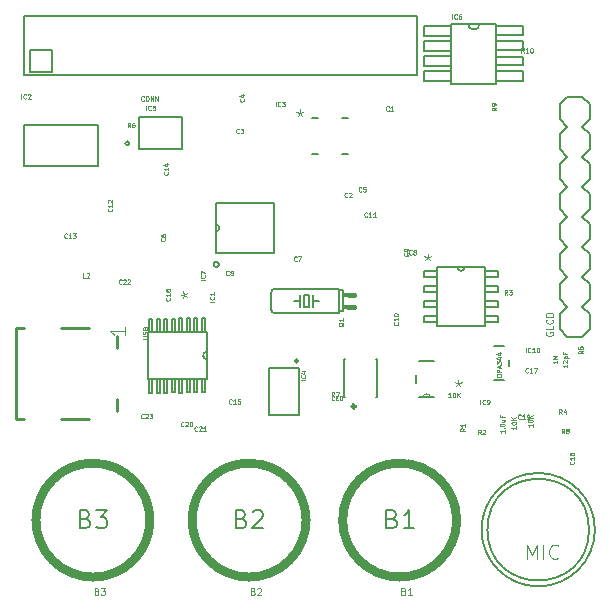
<source format=gbr>
G04 #@! TF.FileFunction,Legend,Top*
%FSLAX46Y46*%
G04 Gerber Fmt 4.6, Leading zero omitted, Abs format (unit mm)*
G04 Created by KiCad (PCBNEW 4.0.0-rc2-stable) date 5/23/2016 2:13:21 PM*
%MOMM*%
G01*
G04 APERTURE LIST*
%ADD10C,0.100000*%
%ADD11C,0.152400*%
%ADD12C,0.127000*%
%ADD13C,0.406400*%
%ADD14C,0.762000*%
%ADD15C,0.203200*%
%ADD16C,0.254000*%
%ADD17C,0.304800*%
%ADD18C,0.038608*%
%ADD19C,0.076200*%
%ADD20C,0.030886*%
%ADD21C,0.086868*%
%ADD22C,0.150000*%
%ADD23C,0.096520*%
%ADD24C,0.101600*%
%ADD25C,0.057912*%
G04 APERTURE END LIST*
D10*
D11*
X148482500Y-92642200D02*
X148990500Y-92642200D01*
X148990500Y-89645000D02*
X148482500Y-89645000D01*
X150971700Y-92642200D02*
X151479700Y-92642200D01*
X151479700Y-89645000D02*
X150971700Y-89645000D01*
X140281900Y-99218400D02*
G75*
G03X140281900Y-98608800I0J304800D01*
G01*
X145260300Y-101047200D02*
X145260300Y-96780000D01*
X145260300Y-96780000D02*
X140281900Y-96780000D01*
X140281900Y-96780000D02*
X140281900Y-98608800D01*
X140281900Y-98608800D02*
X140281900Y-99218400D01*
X140281900Y-99218400D02*
X140281900Y-101047200D01*
X140281900Y-101047200D02*
X145260300Y-101047200D01*
X140436842Y-102213059D02*
G75*
G03X140238722Y-101806659I-99060J203200D01*
G01*
X140238723Y-101806659D02*
G75*
G03X140436841Y-102213059I99059J-203200D01*
G01*
X140281900Y-99218400D02*
G75*
G03X140281900Y-98608800I0J304800D01*
G01*
X159064500Y-102584600D02*
X157972300Y-102584600D01*
X157972300Y-102584600D02*
X157972300Y-103092600D01*
X157972300Y-103092600D02*
X159064500Y-103092600D01*
X159064500Y-103854600D02*
X157972300Y-103854600D01*
X157972300Y-103854600D02*
X157972300Y-104362600D01*
X157972300Y-104362600D02*
X159064500Y-104362600D01*
X159064500Y-105124600D02*
X157972300Y-105124600D01*
X157972300Y-105124600D02*
X157972300Y-105632600D01*
X157972300Y-105632600D02*
X159064500Y-105632600D01*
X159064500Y-106394600D02*
X157972300Y-106394600D01*
X157972300Y-106394600D02*
X157972300Y-106902600D01*
X157972300Y-106902600D02*
X159064500Y-106902600D01*
X163077700Y-106902600D02*
X164169900Y-106902600D01*
X164169900Y-106902600D02*
X164169900Y-106394600D01*
X164169900Y-106394600D02*
X163077700Y-106394600D01*
X163077700Y-105632600D02*
X164169900Y-105632600D01*
X164169900Y-105632600D02*
X164169900Y-105124600D01*
X164169900Y-105124600D02*
X163077700Y-105124600D01*
X163077700Y-104362600D02*
X164169900Y-104362600D01*
X164169900Y-104362600D02*
X164169900Y-103854600D01*
X164169900Y-103854600D02*
X163077700Y-103854600D01*
X163077700Y-103092600D02*
X164169900Y-103092600D01*
X164169900Y-103092600D02*
X164169900Y-102584600D01*
X164169900Y-102584600D02*
X163077700Y-102584600D01*
X159064500Y-107232800D02*
X163077700Y-107232800D01*
X163077700Y-107232800D02*
X163077700Y-102254400D01*
X163077700Y-102254400D02*
X162767822Y-102254400D01*
X159699500Y-102254400D02*
X159064500Y-102254400D01*
X159064500Y-102254400D02*
X159064500Y-107232800D01*
X159699500Y-107232800D02*
X162442700Y-107232800D01*
X162767822Y-102254400D02*
X161375900Y-102254400D01*
X161375900Y-102254400D02*
X160766300Y-102254400D01*
X160766300Y-102254400D02*
X159699500Y-102254400D01*
D12*
X160766300Y-102254400D02*
G75*
G03X161375900Y-102254400I304800J0D01*
G01*
D11*
X151110100Y-105992600D02*
X151110100Y-104214600D01*
X145268100Y-104087600D02*
G75*
G03X145014100Y-104341600I0J-254000D01*
G01*
X145014100Y-105865600D02*
G75*
G03X145268100Y-106119600I254000J0D01*
G01*
X145014100Y-105865600D02*
X145014100Y-104341600D01*
X151110100Y-104214600D02*
X150729100Y-104214600D01*
X150729100Y-104087600D02*
X145268100Y-104087600D01*
X151110100Y-105992600D02*
X150729100Y-105992600D01*
X150729100Y-106119600D02*
X150729100Y-105992600D01*
X150729100Y-106119600D02*
X145268100Y-106119600D01*
D13*
X151999100Y-104595600D02*
X151618100Y-104595600D01*
X151999100Y-105611600D02*
X151491100Y-105611600D01*
D11*
X147808100Y-105611600D02*
X148189100Y-105611600D01*
X148189100Y-104595600D02*
X148189100Y-105611600D01*
X148189100Y-104595600D02*
X147808100Y-104595600D01*
X147808100Y-105611600D02*
X147808100Y-104595600D01*
X147427100Y-105611600D02*
X147427100Y-105103600D01*
X148570100Y-105611600D02*
X148570100Y-105103600D01*
X148570100Y-105103600D02*
X149078100Y-105103600D01*
X148570100Y-105103600D02*
X148570100Y-104595600D01*
X147427100Y-105103600D02*
X146919100Y-105103600D01*
X147427100Y-105103600D02*
X147427100Y-104595600D01*
X150729100Y-104087600D02*
X150729100Y-104214600D01*
X150729100Y-104214600D02*
X150729100Y-105992600D01*
D10*
G36*
X151745100Y-104798800D02*
X151745100Y-104392400D01*
X151160900Y-104392400D01*
X151160900Y-104798800D01*
X151745100Y-104798800D01*
G37*
G36*
X151745100Y-105814800D02*
X151745100Y-105408400D01*
X151160900Y-105408400D01*
X151160900Y-105814800D01*
X151745100Y-105814800D01*
G37*
D11*
X124107100Y-90192600D02*
X124107100Y-93652600D01*
X130355100Y-93652600D02*
X130355100Y-90192600D01*
X124107100Y-90192600D02*
X130355100Y-90192600D01*
X130355100Y-93652600D02*
X124107100Y-93652600D01*
D12*
X147317384Y-110164600D02*
G75*
G03X147317384Y-110164600I-175284J0D01*
G01*
X147341100Y-110743600D02*
X147341100Y-114743600D01*
X147341100Y-114743600D02*
X144771100Y-114743600D01*
X144771100Y-114743600D02*
X144771100Y-110743600D01*
X144771100Y-110743600D02*
X147341100Y-110743600D01*
D14*
X160697100Y-123653600D02*
G75*
G03X160697100Y-123653600I-4826000J0D01*
G01*
X147947100Y-123653600D02*
G75*
G03X147947100Y-123653600I-4826000J0D01*
G01*
X134727100Y-123653600D02*
G75*
G03X134727100Y-123653600I-4826000J0D01*
G01*
D15*
X164720500Y-111776000D02*
X163861700Y-111776000D01*
X163861700Y-108931200D02*
X164720500Y-108931200D01*
X165101500Y-110085200D02*
X165101500Y-110622000D01*
D12*
X172402100Y-124463600D02*
G75*
G03X172402100Y-124463600I-4801000J0D01*
G01*
X171901100Y-124463600D02*
G75*
G03X171901100Y-124463600I-4300000J0D01*
G01*
D11*
X160566300Y-86693600D02*
X164046100Y-86693600D01*
X164046100Y-81613600D02*
X162649100Y-81613600D01*
X162649100Y-81613600D02*
X161633100Y-81613600D01*
X161633100Y-81613600D02*
X160566300Y-81613600D01*
X161633100Y-81613600D02*
G75*
G03X162649100Y-81613600I508000J0D01*
G01*
X160236100Y-81613600D02*
X160236100Y-86693600D01*
X160236100Y-81613600D02*
X160553600Y-81613600D01*
X160236100Y-86693600D02*
X160553600Y-86693600D01*
D12*
X160184284Y-86463075D02*
X157943325Y-86462875D01*
X157943325Y-86462875D02*
X157943025Y-85635313D01*
X157943025Y-85635313D02*
X160188391Y-85635613D01*
X160171075Y-85199875D02*
X157943325Y-85199875D01*
X157943325Y-85199875D02*
X157943325Y-84387738D01*
X157943325Y-84387738D02*
X160197491Y-84387738D01*
X160215891Y-83915453D02*
X157956531Y-83915453D01*
X157956531Y-83915453D02*
X157956531Y-83127263D01*
X157956531Y-83127263D02*
X160223909Y-83127363D01*
X160201500Y-82653187D02*
X157960141Y-82653187D01*
X157960141Y-82653187D02*
X157960541Y-81857334D01*
X157960541Y-81857334D02*
X160250325Y-81857334D01*
X160250325Y-81857334D02*
X160250325Y-81935925D01*
X164061319Y-81610191D02*
X164061319Y-86704719D01*
X164061319Y-86704719D02*
X164045891Y-86704719D01*
X164088059Y-81841191D02*
X166285619Y-81841191D01*
X166285619Y-81841191D02*
X166285619Y-82605562D01*
X166285619Y-82605562D02*
X166279191Y-82611991D01*
X166279191Y-82611991D02*
X164081631Y-82611991D01*
X164081631Y-82611991D02*
X164075209Y-82605569D01*
X164075209Y-83132281D02*
X166279197Y-83132281D01*
X166279197Y-83132281D02*
X166285619Y-83125859D01*
X166285619Y-83125859D02*
X166285619Y-83883819D01*
X166285619Y-83883819D02*
X164081638Y-83883819D01*
X164081638Y-83883819D02*
X164075209Y-83877391D01*
X164075209Y-84416959D02*
X166266341Y-84416959D01*
X166266341Y-84416959D02*
X166272769Y-84410531D01*
X166272769Y-84410531D02*
X166272769Y-85142791D01*
X166272769Y-85142791D02*
X166266341Y-85149219D01*
X166266341Y-85149219D02*
X164081628Y-85149219D01*
X164081628Y-85149219D02*
X164075209Y-85142800D01*
X164088059Y-85669519D02*
X166279191Y-85669519D01*
X166279191Y-85669519D02*
X166279191Y-86446747D01*
X166279191Y-86446747D02*
X166272769Y-86453169D01*
X166272769Y-86453169D02*
X164088053Y-86453169D01*
X164088053Y-86453169D02*
X164081631Y-86459591D01*
D16*
X123391100Y-115103600D02*
X123391100Y-107403600D01*
X131941100Y-108103600D02*
X131941100Y-109103600D01*
X131941100Y-113403600D02*
X131941100Y-114403600D01*
X129591100Y-107403600D02*
X127191100Y-107403600D01*
X129591100Y-115103600D02*
X127191100Y-115103600D01*
X124091100Y-107403600D02*
X123391100Y-107403600D01*
X124091100Y-115103600D02*
X123391100Y-115103600D01*
D12*
X139520300Y-109408800D02*
G75*
G03X139545700Y-110018400I12700J-304800D01*
G01*
X139541100Y-107722600D02*
X139541100Y-111697600D01*
X134527100Y-107748600D02*
X134527100Y-111683600D01*
X134527100Y-111683600D02*
X134533100Y-111683600D01*
X139517700Y-107726600D02*
X134541400Y-107726600D01*
X134541400Y-107726600D02*
X134536900Y-107722100D01*
X139483800Y-111711900D02*
X134567100Y-111711900D01*
X134567100Y-111711900D02*
X134544500Y-111689300D01*
X139398900Y-107731600D02*
X139398900Y-106561500D01*
X139398900Y-106561500D02*
X139144900Y-106561500D01*
X139144900Y-106561500D02*
X139144900Y-107717900D01*
X139144900Y-107717900D02*
X139149500Y-107722500D01*
X138727600Y-107731600D02*
X138727600Y-106561500D01*
X138727600Y-106561500D02*
X138482600Y-106561500D01*
X138482600Y-106561500D02*
X138482600Y-107722500D01*
X138119800Y-107718000D02*
X138119800Y-106566000D01*
X138119800Y-106566000D02*
X138124300Y-106561500D01*
X138124300Y-106561500D02*
X137874800Y-106561500D01*
X137874800Y-106561500D02*
X137874800Y-107704400D01*
X137874800Y-107704400D02*
X137870300Y-107708900D01*
X137457500Y-107722500D02*
X137457500Y-106584200D01*
X137457500Y-106584200D02*
X137226200Y-106584200D01*
X137226200Y-106584200D02*
X137226200Y-107713500D01*
X136845100Y-107713500D02*
X136845100Y-106588700D01*
X136845100Y-106588700D02*
X136604700Y-106588700D01*
X136604700Y-106588700D02*
X136604700Y-107704400D01*
X136604700Y-107704400D02*
X136609200Y-107708900D01*
X136191900Y-107713500D02*
X136191900Y-106602300D01*
X136191900Y-106602300D02*
X135956000Y-106602300D01*
X135956000Y-106602300D02*
X135951500Y-106606800D01*
X135951500Y-106606800D02*
X135951500Y-107699900D01*
X135579600Y-107699900D02*
X135579600Y-106611400D01*
X135579600Y-106611400D02*
X135343700Y-106611400D01*
X135343700Y-106611400D02*
X135343700Y-107699900D01*
X135343700Y-107699900D02*
X135348200Y-107704400D01*
X134921800Y-107708900D02*
X134921800Y-106634100D01*
X134921800Y-106634100D02*
X134926400Y-106629500D01*
X134926400Y-106629500D02*
X134676900Y-106629500D01*
X134676900Y-106629500D02*
X134676900Y-107704300D01*
X134676900Y-107704300D02*
X134672300Y-107708900D01*
X139394400Y-111740900D02*
X139394400Y-112843100D01*
X139394400Y-112843100D02*
X139389900Y-112847600D01*
X139389900Y-112847600D02*
X139154000Y-112847600D01*
X139154000Y-112847600D02*
X139154000Y-111759100D01*
X138727600Y-111750000D02*
X138727600Y-112838500D01*
X138727600Y-112838500D02*
X138718500Y-112847600D01*
X138718500Y-112847600D02*
X138496300Y-112847600D01*
X138496300Y-112847600D02*
X138487200Y-112838500D01*
X138487200Y-112838500D02*
X138487200Y-111745500D01*
X138487200Y-111745500D02*
X138482600Y-111740900D01*
X138124300Y-111750000D02*
X138124300Y-112834000D01*
X138124300Y-112834000D02*
X138110700Y-112847600D01*
X138110700Y-112847600D02*
X137874800Y-112847600D01*
X137874800Y-112847600D02*
X137874800Y-111745500D01*
X136849700Y-111750000D02*
X136849700Y-112833900D01*
X136849700Y-112833900D02*
X136840600Y-112843000D01*
X136840600Y-112843000D02*
X136609200Y-112843000D01*
X136609200Y-112843000D02*
X136609200Y-111763700D01*
X136609200Y-111763700D02*
X136613800Y-111759100D01*
X136191900Y-111750000D02*
X136191900Y-112843000D01*
X136191900Y-112843000D02*
X136178300Y-112856600D01*
X136178300Y-112856600D02*
X135946900Y-112856600D01*
X135942400Y-112852100D02*
X135942400Y-111786300D01*
X135942400Y-111786300D02*
X135937900Y-111781800D01*
X134926400Y-111740900D02*
X134926400Y-112838400D01*
X134926400Y-112838400D02*
X134899100Y-112865700D01*
X134899100Y-112865700D02*
X134685900Y-112865700D01*
X134681400Y-112861200D02*
X134681400Y-111768200D01*
X134681400Y-111768200D02*
X134672300Y-111759100D01*
X135579900Y-111746600D02*
X135579900Y-112857600D01*
X135579900Y-112857600D02*
X135583700Y-112861400D01*
X135583700Y-112861400D02*
X135338000Y-112861400D01*
X135338000Y-112861400D02*
X135338000Y-111727700D01*
X135338000Y-111727700D02*
X135334300Y-111724000D01*
X137450200Y-111743800D02*
X137450200Y-112843200D01*
X137221600Y-112854100D02*
X137221600Y-111727400D01*
X137453100Y-112866400D02*
X137236000Y-112866400D01*
X137236000Y-112866400D02*
X137222400Y-112852800D01*
D15*
X169441100Y-92238600D02*
X169441100Y-90968600D01*
X169441100Y-90968600D02*
X170076100Y-90333600D01*
X171346100Y-90333600D02*
X171981100Y-90968600D01*
X170076100Y-95413600D02*
X169441100Y-94778600D01*
X169441100Y-94778600D02*
X169441100Y-93508600D01*
X169441100Y-93508600D02*
X170076100Y-92873600D01*
X171346100Y-92873600D02*
X171981100Y-93508600D01*
X171981100Y-93508600D02*
X171981100Y-94778600D01*
X171981100Y-94778600D02*
X171346100Y-95413600D01*
X169441100Y-92238600D02*
X170076100Y-92873600D01*
X171346100Y-92873600D02*
X171981100Y-92238600D01*
X171981100Y-90968600D02*
X171981100Y-92238600D01*
X169441100Y-99858600D02*
X169441100Y-98588600D01*
X169441100Y-98588600D02*
X170076100Y-97953600D01*
X171346100Y-97953600D02*
X171981100Y-98588600D01*
X170076100Y-97953600D02*
X169441100Y-97318600D01*
X169441100Y-97318600D02*
X169441100Y-96048600D01*
X169441100Y-96048600D02*
X170076100Y-95413600D01*
X171346100Y-95413600D02*
X171981100Y-96048600D01*
X171981100Y-96048600D02*
X171981100Y-97318600D01*
X171981100Y-97318600D02*
X171346100Y-97953600D01*
X170076100Y-103033600D02*
X169441100Y-102398600D01*
X169441100Y-102398600D02*
X169441100Y-101128600D01*
X169441100Y-101128600D02*
X170076100Y-100493600D01*
X171346100Y-100493600D02*
X171981100Y-101128600D01*
X171981100Y-101128600D02*
X171981100Y-102398600D01*
X171981100Y-102398600D02*
X171346100Y-103033600D01*
X169441100Y-99858600D02*
X170076100Y-100493600D01*
X171346100Y-100493600D02*
X171981100Y-99858600D01*
X171981100Y-98588600D02*
X171981100Y-99858600D01*
X169441100Y-107478600D02*
X169441100Y-106208600D01*
X169441100Y-106208600D02*
X170076100Y-105573600D01*
X171346100Y-105573600D02*
X171981100Y-106208600D01*
X170076100Y-105573600D02*
X169441100Y-104938600D01*
X169441100Y-104938600D02*
X169441100Y-103668600D01*
X169441100Y-103668600D02*
X170076100Y-103033600D01*
X171346100Y-103033600D02*
X171981100Y-103668600D01*
X171981100Y-103668600D02*
X171981100Y-104938600D01*
X171981100Y-104938600D02*
X171346100Y-105573600D01*
X170076100Y-108113600D02*
X171346100Y-108113600D01*
X169441100Y-107478600D02*
X170076100Y-108113600D01*
X171346100Y-108113600D02*
X171981100Y-107478600D01*
X171981100Y-106208600D02*
X171981100Y-107478600D01*
X169441100Y-89698600D02*
X169441100Y-88428600D01*
X169441100Y-88428600D02*
X170076100Y-87793600D01*
X170076100Y-87793600D02*
X171346100Y-87793600D01*
X171346100Y-87793600D02*
X171981100Y-88428600D01*
X169441100Y-89698600D02*
X170076100Y-90333600D01*
X171346100Y-90333600D02*
X171981100Y-89698600D01*
X171981100Y-88428600D02*
X171981100Y-89698600D01*
D12*
X133811100Y-92163600D02*
X133811100Y-89563600D01*
X137451100Y-92163600D02*
X137451100Y-89563600D01*
X137451100Y-89563600D02*
X133811100Y-89563600D01*
X133811100Y-92193600D02*
X137441100Y-92193600D01*
X132966703Y-91752600D02*
G75*
G03X132966703Y-91752600I-179603J0D01*
G01*
X124576100Y-83858600D02*
X126426100Y-83858600D01*
X126426100Y-85708600D02*
G75*
G02X126426100Y-83858600I53912688J925000D01*
G01*
X126426100Y-85708600D02*
X124576100Y-85708600D01*
X124576100Y-85708600D02*
X124576100Y-83858600D01*
X124101100Y-86008600D02*
X157301100Y-86008600D01*
X157301100Y-86008600D02*
X157301100Y-81008600D01*
X157301100Y-81008600D02*
X124101100Y-81008600D01*
X124101100Y-81008600D02*
X124101100Y-86008600D01*
D15*
X151281100Y-113223600D02*
X151181100Y-113223600D01*
X151181100Y-113223600D02*
X151181100Y-110023600D01*
X151181100Y-110023600D02*
X151281100Y-110023600D01*
X153881100Y-113223600D02*
X153981100Y-113223600D01*
X153981100Y-113223600D02*
X153981100Y-110023600D01*
X153981100Y-110023600D02*
X153881100Y-110023600D01*
D17*
X152122500Y-114023600D02*
G75*
G03X152122500Y-114023600I-141400J0D01*
G01*
D11*
X158806100Y-110164200D02*
X157536100Y-110164200D01*
X157282100Y-111383400D02*
X157282100Y-112043800D01*
X157536100Y-113263000D02*
X157866300Y-113263000D01*
X157866300Y-113263000D02*
X158475900Y-113263000D01*
X158475900Y-113263000D02*
X158806100Y-113263000D01*
D10*
X158475900Y-113263000D02*
G75*
G03X157866300Y-113263000I-304800J0D01*
G01*
D18*
X145374024Y-88610615D02*
X145374024Y-88224535D01*
X145778489Y-88573846D02*
X145760104Y-88592230D01*
X145704950Y-88610615D01*
X145668180Y-88610615D01*
X145613026Y-88592230D01*
X145576257Y-88555461D01*
X145557872Y-88518691D01*
X145539487Y-88445152D01*
X145539487Y-88389998D01*
X145557872Y-88316459D01*
X145576257Y-88279690D01*
X145613026Y-88242920D01*
X145668180Y-88224535D01*
X145704950Y-88224535D01*
X145760104Y-88242920D01*
X145778489Y-88261305D01*
X145907182Y-88224535D02*
X146146184Y-88224535D01*
X146017491Y-88371613D01*
X146072645Y-88371613D01*
X146109415Y-88389998D01*
X146127799Y-88408383D01*
X146146184Y-88445152D01*
X146146184Y-88537076D01*
X146127799Y-88573846D01*
X146109415Y-88592230D01*
X146072645Y-88610615D01*
X145962337Y-88610615D01*
X145925567Y-88592230D01*
X145907182Y-88573846D01*
D19*
X147418119Y-88889048D02*
X147418119Y-89176310D01*
X147130857Y-89061405D02*
X147418119Y-89176310D01*
X147705381Y-89061405D01*
X147245762Y-89406119D02*
X147418119Y-89176310D01*
X147590476Y-89406119D01*
D20*
X154948641Y-88963446D02*
X154930256Y-88981830D01*
X154875102Y-89000215D01*
X154838332Y-89000215D01*
X154783178Y-88981830D01*
X154746409Y-88945061D01*
X154728024Y-88908291D01*
X154709639Y-88834752D01*
X154709639Y-88779598D01*
X154728024Y-88706059D01*
X154746409Y-88669290D01*
X154783178Y-88632520D01*
X154838332Y-88614135D01*
X154875102Y-88614135D01*
X154930256Y-88632520D01*
X154948641Y-88650905D01*
X155316336Y-89000215D02*
X155095719Y-89000215D01*
X155206028Y-89000215D02*
X155206028Y-88614135D01*
X155169258Y-88669290D01*
X155132489Y-88706059D01*
X155095719Y-88724444D01*
X151438641Y-96293446D02*
X151420256Y-96311830D01*
X151365102Y-96330215D01*
X151328332Y-96330215D01*
X151273178Y-96311830D01*
X151236409Y-96275061D01*
X151218024Y-96238291D01*
X151199639Y-96164752D01*
X151199639Y-96109598D01*
X151218024Y-96036059D01*
X151236409Y-95999290D01*
X151273178Y-95962520D01*
X151328332Y-95944135D01*
X151365102Y-95944135D01*
X151420256Y-95962520D01*
X151438641Y-95980905D01*
X151585719Y-95980905D02*
X151604104Y-95962520D01*
X151640873Y-95944135D01*
X151732797Y-95944135D01*
X151769567Y-95962520D01*
X151787951Y-95980905D01*
X151806336Y-96017674D01*
X151806336Y-96054444D01*
X151787951Y-96109598D01*
X151567334Y-96330215D01*
X151806336Y-96330215D01*
X142274866Y-90869526D02*
X142256481Y-90887910D01*
X142201327Y-90906295D01*
X142164557Y-90906295D01*
X142109403Y-90887910D01*
X142072634Y-90851141D01*
X142054249Y-90814371D01*
X142035864Y-90740832D01*
X142035864Y-90685678D01*
X142054249Y-90612139D01*
X142072634Y-90575370D01*
X142109403Y-90538600D01*
X142164557Y-90520215D01*
X142201327Y-90520215D01*
X142256481Y-90538600D01*
X142274866Y-90556985D01*
X142403559Y-90520215D02*
X142642561Y-90520215D01*
X142513868Y-90667293D01*
X142569022Y-90667293D01*
X142605792Y-90685678D01*
X142624176Y-90704063D01*
X142642561Y-90740832D01*
X142642561Y-90832756D01*
X142624176Y-90869526D01*
X142605792Y-90887910D01*
X142569022Y-90906295D01*
X142458714Y-90906295D01*
X142421944Y-90887910D01*
X142403559Y-90869526D01*
X142660946Y-87986059D02*
X142679330Y-88004444D01*
X142697715Y-88059598D01*
X142697715Y-88096368D01*
X142679330Y-88151522D01*
X142642561Y-88188291D01*
X142605791Y-88206676D01*
X142532252Y-88225061D01*
X142477098Y-88225061D01*
X142403559Y-88206676D01*
X142366790Y-88188291D01*
X142330020Y-88151522D01*
X142311635Y-88096368D01*
X142311635Y-88059598D01*
X142330020Y-88004444D01*
X142348405Y-87986059D01*
X142440329Y-87655133D02*
X142697715Y-87655133D01*
X142293250Y-87747057D02*
X142569022Y-87838981D01*
X142569022Y-87599979D01*
X152634866Y-95809526D02*
X152616481Y-95827910D01*
X152561327Y-95846295D01*
X152524557Y-95846295D01*
X152469403Y-95827910D01*
X152432634Y-95791141D01*
X152414249Y-95754371D01*
X152395864Y-95680832D01*
X152395864Y-95625678D01*
X152414249Y-95552139D01*
X152432634Y-95515370D01*
X152469403Y-95478600D01*
X152524557Y-95460215D01*
X152561327Y-95460215D01*
X152616481Y-95478600D01*
X152634866Y-95496985D01*
X152984176Y-95460215D02*
X152800329Y-95460215D01*
X152781944Y-95644063D01*
X152800329Y-95625678D01*
X152837098Y-95607293D01*
X152929022Y-95607293D01*
X152965792Y-95625678D01*
X152984176Y-95644063D01*
X153002561Y-95680832D01*
X153002561Y-95772756D01*
X152984176Y-95809526D01*
X152965792Y-95827910D01*
X152929022Y-95846295D01*
X152837098Y-95846295D01*
X152800329Y-95827910D01*
X152781944Y-95809526D01*
D18*
X139399915Y-103342876D02*
X139013835Y-103342876D01*
X139363146Y-102938411D02*
X139381530Y-102956796D01*
X139399915Y-103011950D01*
X139399915Y-103048720D01*
X139381530Y-103103874D01*
X139344761Y-103140643D01*
X139307991Y-103159028D01*
X139234452Y-103177413D01*
X139179298Y-103177413D01*
X139105759Y-103159028D01*
X139068990Y-103140643D01*
X139032220Y-103103874D01*
X139013835Y-103048720D01*
X139013835Y-103011950D01*
X139032220Y-102956796D01*
X139050605Y-102938411D01*
X139013835Y-102809718D02*
X139013835Y-102552331D01*
X139399915Y-102717794D01*
D20*
X135977026Y-99809834D02*
X135995410Y-99828219D01*
X136013795Y-99883373D01*
X136013795Y-99920143D01*
X135995410Y-99975297D01*
X135958641Y-100012066D01*
X135921871Y-100030451D01*
X135848332Y-100048836D01*
X135793178Y-100048836D01*
X135719639Y-100030451D01*
X135682870Y-100012066D01*
X135646100Y-99975297D01*
X135627715Y-99920143D01*
X135627715Y-99883373D01*
X135646100Y-99828219D01*
X135664485Y-99809834D01*
X135627715Y-99478908D02*
X135627715Y-99552447D01*
X135646100Y-99589217D01*
X135664485Y-99607602D01*
X135719639Y-99644371D01*
X135793178Y-99662756D01*
X135940256Y-99662756D01*
X135977026Y-99644371D01*
X135995410Y-99625986D01*
X136013795Y-99589217D01*
X136013795Y-99515678D01*
X135995410Y-99478908D01*
X135977026Y-99460524D01*
X135940256Y-99442139D01*
X135848332Y-99442139D01*
X135811563Y-99460524D01*
X135793178Y-99478908D01*
X135774793Y-99515678D01*
X135774793Y-99589217D01*
X135793178Y-99625986D01*
X135811563Y-99644371D01*
X135848332Y-99662756D01*
X147148641Y-101683446D02*
X147130256Y-101701830D01*
X147075102Y-101720215D01*
X147038332Y-101720215D01*
X146983178Y-101701830D01*
X146946409Y-101665061D01*
X146928024Y-101628291D01*
X146909639Y-101554752D01*
X146909639Y-101499598D01*
X146928024Y-101426059D01*
X146946409Y-101389290D01*
X146983178Y-101352520D01*
X147038332Y-101334135D01*
X147075102Y-101334135D01*
X147130256Y-101352520D01*
X147148641Y-101370905D01*
X147277334Y-101334135D02*
X147534721Y-101334135D01*
X147369258Y-101720215D01*
X141394866Y-102889526D02*
X141376481Y-102907910D01*
X141321327Y-102926295D01*
X141284557Y-102926295D01*
X141229403Y-102907910D01*
X141192634Y-102871141D01*
X141174249Y-102834371D01*
X141155864Y-102760832D01*
X141155864Y-102705678D01*
X141174249Y-102632139D01*
X141192634Y-102595370D01*
X141229403Y-102558600D01*
X141284557Y-102540215D01*
X141321327Y-102540215D01*
X141376481Y-102558600D01*
X141394866Y-102576985D01*
X141615483Y-102705678D02*
X141578714Y-102687293D01*
X141560329Y-102668909D01*
X141541944Y-102632139D01*
X141541944Y-102613754D01*
X141560329Y-102576985D01*
X141578714Y-102558600D01*
X141615483Y-102540215D01*
X141689022Y-102540215D01*
X141725792Y-102558600D01*
X141744176Y-102576985D01*
X141762561Y-102613754D01*
X141762561Y-102632139D01*
X141744176Y-102668909D01*
X141725792Y-102687293D01*
X141689022Y-102705678D01*
X141615483Y-102705678D01*
X141578714Y-102724063D01*
X141560329Y-102742448D01*
X141541944Y-102779217D01*
X141541944Y-102852756D01*
X141560329Y-102889526D01*
X141578714Y-102907910D01*
X141615483Y-102926295D01*
X141689022Y-102926295D01*
X141725792Y-102907910D01*
X141744176Y-102889526D01*
X141762561Y-102852756D01*
X141762561Y-102779217D01*
X141744176Y-102742448D01*
X141725792Y-102724063D01*
X141689022Y-102705678D01*
D18*
X156489424Y-101169215D02*
X156489424Y-100783135D01*
X156893889Y-101132446D02*
X156875504Y-101150830D01*
X156820350Y-101169215D01*
X156783580Y-101169215D01*
X156728426Y-101150830D01*
X156691657Y-101114061D01*
X156673272Y-101077291D01*
X156654887Y-101003752D01*
X156654887Y-100948598D01*
X156673272Y-100875059D01*
X156691657Y-100838290D01*
X156728426Y-100801520D01*
X156783580Y-100783135D01*
X156820350Y-100783135D01*
X156875504Y-100801520D01*
X156893889Y-100819905D01*
X157114506Y-100948598D02*
X157077737Y-100930213D01*
X157059352Y-100911829D01*
X157040967Y-100875059D01*
X157040967Y-100856674D01*
X157059352Y-100819905D01*
X157077737Y-100801520D01*
X157114506Y-100783135D01*
X157188045Y-100783135D01*
X157224815Y-100801520D01*
X157243199Y-100819905D01*
X157261584Y-100856674D01*
X157261584Y-100875059D01*
X157243199Y-100911829D01*
X157224815Y-100930213D01*
X157188045Y-100948598D01*
X157114506Y-100948598D01*
X157077737Y-100966983D01*
X157059352Y-100985368D01*
X157040967Y-101022137D01*
X157040967Y-101095676D01*
X157059352Y-101132446D01*
X157077737Y-101150830D01*
X157114506Y-101169215D01*
X157188045Y-101169215D01*
X157224815Y-101150830D01*
X157243199Y-101132446D01*
X157261584Y-101095676D01*
X157261584Y-101022137D01*
X157243199Y-100985368D01*
X157224815Y-100966983D01*
X157188045Y-100948598D01*
D19*
X158228719Y-101142848D02*
X158228719Y-101430110D01*
X157941457Y-101315205D02*
X158228719Y-101430110D01*
X158515981Y-101315205D01*
X158056362Y-101659919D02*
X158228719Y-101430110D01*
X158401076Y-101659919D01*
D20*
X164994866Y-104566295D02*
X164866173Y-104382448D01*
X164774249Y-104566295D02*
X164774249Y-104180215D01*
X164921327Y-104180215D01*
X164958096Y-104198600D01*
X164976481Y-104216985D01*
X164994866Y-104253754D01*
X164994866Y-104308909D01*
X164976481Y-104345678D01*
X164958096Y-104364063D01*
X164921327Y-104382448D01*
X164774249Y-104382448D01*
X165123559Y-104180215D02*
X165362561Y-104180215D01*
X165233868Y-104327293D01*
X165289022Y-104327293D01*
X165325792Y-104345678D01*
X165344176Y-104364063D01*
X165362561Y-104400832D01*
X165362561Y-104492756D01*
X165344176Y-104529526D01*
X165325792Y-104547910D01*
X165289022Y-104566295D01*
X165178714Y-104566295D01*
X165141944Y-104547910D01*
X165123559Y-104529526D01*
D18*
X151133565Y-106923450D02*
X151115180Y-106960219D01*
X151078410Y-106996989D01*
X151023256Y-107052143D01*
X151004871Y-107088912D01*
X151004871Y-107125682D01*
X151096795Y-107107297D02*
X151078410Y-107144067D01*
X151041641Y-107180836D01*
X150968102Y-107199221D01*
X150839409Y-107199221D01*
X150765870Y-107180836D01*
X150729100Y-107144067D01*
X150710715Y-107107297D01*
X150710715Y-107033758D01*
X150729100Y-106996989D01*
X150765870Y-106960219D01*
X150839409Y-106941834D01*
X150968102Y-106941834D01*
X151041641Y-106960219D01*
X151078410Y-106996989D01*
X151096795Y-107033758D01*
X151096795Y-107107297D01*
X151096795Y-106574139D02*
X151096795Y-106794756D01*
X151096795Y-106684447D02*
X150710715Y-106684447D01*
X150765870Y-106721217D01*
X150802639Y-106757986D01*
X150821024Y-106794756D01*
D20*
X156590946Y-101056059D02*
X156609330Y-101074444D01*
X156627715Y-101129598D01*
X156627715Y-101166368D01*
X156609330Y-101221522D01*
X156572561Y-101258291D01*
X156535791Y-101276676D01*
X156462252Y-101295061D01*
X156407098Y-101295061D01*
X156333559Y-101276676D01*
X156296790Y-101258291D01*
X156260020Y-101221522D01*
X156241635Y-101166368D01*
X156241635Y-101129598D01*
X156260020Y-101074444D01*
X156278405Y-101056059D01*
X156627715Y-100872211D02*
X156627715Y-100798672D01*
X156609330Y-100761903D01*
X156590946Y-100743518D01*
X156535791Y-100706749D01*
X156462252Y-100688364D01*
X156315174Y-100688364D01*
X156278405Y-100706749D01*
X156260020Y-100725133D01*
X156241635Y-100761903D01*
X156241635Y-100835442D01*
X156260020Y-100872211D01*
X156278405Y-100890596D01*
X156315174Y-100908981D01*
X156407098Y-100908981D01*
X156443868Y-100890596D01*
X156462252Y-100872211D01*
X156480637Y-100835442D01*
X156480637Y-100761903D01*
X156462252Y-100725133D01*
X156443868Y-100706749D01*
X156407098Y-100688364D01*
X155707026Y-106897529D02*
X155725410Y-106915914D01*
X155743795Y-106971068D01*
X155743795Y-107007838D01*
X155725410Y-107062992D01*
X155688641Y-107099761D01*
X155651871Y-107118146D01*
X155578332Y-107136531D01*
X155523178Y-107136531D01*
X155449639Y-107118146D01*
X155412870Y-107099761D01*
X155376100Y-107062992D01*
X155357715Y-107007838D01*
X155357715Y-106971068D01*
X155376100Y-106915914D01*
X155394485Y-106897529D01*
X155743795Y-106529834D02*
X155743795Y-106750451D01*
X155743795Y-106640142D02*
X155357715Y-106640142D01*
X155412870Y-106676912D01*
X155449639Y-106713681D01*
X155468024Y-106750451D01*
X155357715Y-106290832D02*
X155357715Y-106254063D01*
X155376100Y-106217293D01*
X155394485Y-106198908D01*
X155431254Y-106180524D01*
X155504793Y-106162139D01*
X155596717Y-106162139D01*
X155670256Y-106180524D01*
X155707026Y-106198908D01*
X155725410Y-106217293D01*
X155743795Y-106254063D01*
X155743795Y-106290832D01*
X155725410Y-106327602D01*
X155707026Y-106345986D01*
X155670256Y-106364371D01*
X155596717Y-106382756D01*
X155504793Y-106382756D01*
X155431254Y-106364371D01*
X155394485Y-106345986D01*
X155376100Y-106327602D01*
X155357715Y-106290832D01*
X153117171Y-97949526D02*
X153098786Y-97967910D01*
X153043632Y-97986295D01*
X153006862Y-97986295D01*
X152951708Y-97967910D01*
X152914939Y-97931141D01*
X152896554Y-97894371D01*
X152878169Y-97820832D01*
X152878169Y-97765678D01*
X152896554Y-97692139D01*
X152914939Y-97655370D01*
X152951708Y-97618600D01*
X153006862Y-97600215D01*
X153043632Y-97600215D01*
X153098786Y-97618600D01*
X153117171Y-97636985D01*
X153484866Y-97986295D02*
X153264249Y-97986295D01*
X153374558Y-97986295D02*
X153374558Y-97600215D01*
X153337788Y-97655370D01*
X153301019Y-97692139D01*
X153264249Y-97710524D01*
X153852561Y-97986295D02*
X153631944Y-97986295D01*
X153742253Y-97986295D02*
X153742253Y-97600215D01*
X153705483Y-97655370D01*
X153668714Y-97692139D01*
X153631944Y-97710524D01*
D18*
X123845401Y-87973295D02*
X123845401Y-87587215D01*
X124249866Y-87936526D02*
X124231481Y-87954910D01*
X124176327Y-87973295D01*
X124139557Y-87973295D01*
X124084403Y-87954910D01*
X124047634Y-87918141D01*
X124029249Y-87881371D01*
X124010864Y-87807832D01*
X124010864Y-87752678D01*
X124029249Y-87679139D01*
X124047634Y-87642370D01*
X124084403Y-87605600D01*
X124139557Y-87587215D01*
X124176327Y-87587215D01*
X124231481Y-87605600D01*
X124249866Y-87623985D01*
X124396944Y-87623985D02*
X124415329Y-87605600D01*
X124452098Y-87587215D01*
X124544022Y-87587215D01*
X124580792Y-87605600D01*
X124599176Y-87623985D01*
X124617561Y-87660754D01*
X124617561Y-87697524D01*
X124599176Y-87752678D01*
X124378559Y-87973295D01*
X124617561Y-87973295D01*
D20*
X131495946Y-97281059D02*
X131514330Y-97299444D01*
X131532715Y-97354598D01*
X131532715Y-97391368D01*
X131514330Y-97446522D01*
X131477561Y-97483291D01*
X131440791Y-97501676D01*
X131367252Y-97520061D01*
X131312098Y-97520061D01*
X131238559Y-97501676D01*
X131201790Y-97483291D01*
X131165020Y-97446522D01*
X131146635Y-97391368D01*
X131146635Y-97354598D01*
X131165020Y-97299444D01*
X131183405Y-97281059D01*
X131532715Y-96913364D02*
X131532715Y-97133981D01*
X131532715Y-97023672D02*
X131146635Y-97023672D01*
X131201790Y-97060442D01*
X131238559Y-97097211D01*
X131256944Y-97133981D01*
X131183405Y-96766286D02*
X131165020Y-96747901D01*
X131146635Y-96711132D01*
X131146635Y-96619208D01*
X131165020Y-96582438D01*
X131183405Y-96564054D01*
X131220174Y-96545669D01*
X131256944Y-96545669D01*
X131312098Y-96564054D01*
X131532715Y-96784671D01*
X131532715Y-96545669D01*
X127703641Y-99738446D02*
X127685256Y-99756830D01*
X127630102Y-99775215D01*
X127593332Y-99775215D01*
X127538178Y-99756830D01*
X127501409Y-99720061D01*
X127483024Y-99683291D01*
X127464639Y-99609752D01*
X127464639Y-99554598D01*
X127483024Y-99481059D01*
X127501409Y-99444290D01*
X127538178Y-99407520D01*
X127593332Y-99389135D01*
X127630102Y-99389135D01*
X127685256Y-99407520D01*
X127703641Y-99425905D01*
X128071336Y-99775215D02*
X127850719Y-99775215D01*
X127961028Y-99775215D02*
X127961028Y-99389135D01*
X127924258Y-99444290D01*
X127887489Y-99481059D01*
X127850719Y-99499444D01*
X128200029Y-99389135D02*
X128439031Y-99389135D01*
X128310338Y-99536213D01*
X128365492Y-99536213D01*
X128402262Y-99554598D01*
X128420646Y-99572983D01*
X128439031Y-99609752D01*
X128439031Y-99701676D01*
X128420646Y-99738446D01*
X128402262Y-99756830D01*
X128365492Y-99775215D01*
X128255184Y-99775215D01*
X128218414Y-99756830D01*
X128200029Y-99738446D01*
X136230946Y-94176059D02*
X136249330Y-94194444D01*
X136267715Y-94249598D01*
X136267715Y-94286368D01*
X136249330Y-94341522D01*
X136212561Y-94378291D01*
X136175791Y-94396676D01*
X136102252Y-94415061D01*
X136047098Y-94415061D01*
X135973559Y-94396676D01*
X135936790Y-94378291D01*
X135900020Y-94341522D01*
X135881635Y-94286368D01*
X135881635Y-94249598D01*
X135900020Y-94194444D01*
X135918405Y-94176059D01*
X136267715Y-93808364D02*
X136267715Y-94028981D01*
X136267715Y-93918672D02*
X135881635Y-93918672D01*
X135936790Y-93955442D01*
X135973559Y-93992211D01*
X135991944Y-94028981D01*
X136010329Y-93477438D02*
X136267715Y-93477438D01*
X135863250Y-93569362D02*
X136139022Y-93661286D01*
X136139022Y-93422284D01*
X133058641Y-90400215D02*
X132929948Y-90216368D01*
X132838024Y-90400215D02*
X132838024Y-90014135D01*
X132985102Y-90014135D01*
X133021871Y-90032520D01*
X133040256Y-90050905D01*
X133058641Y-90087674D01*
X133058641Y-90142829D01*
X133040256Y-90179598D01*
X133021871Y-90197983D01*
X132985102Y-90216368D01*
X132838024Y-90216368D01*
X133389567Y-90014135D02*
X133316028Y-90014135D01*
X133279258Y-90032520D01*
X133260873Y-90050905D01*
X133224104Y-90106059D01*
X133205719Y-90179598D01*
X133205719Y-90326676D01*
X133224104Y-90363446D01*
X133242489Y-90381830D01*
X133279258Y-90400215D01*
X133352797Y-90400215D01*
X133389567Y-90381830D01*
X133407951Y-90363446D01*
X133426336Y-90326676D01*
X133426336Y-90234752D01*
X133407951Y-90197983D01*
X133389567Y-90179598D01*
X133352797Y-90161213D01*
X133279258Y-90161213D01*
X133242489Y-90179598D01*
X133224104Y-90197983D01*
X133205719Y-90234752D01*
D18*
X147894715Y-111806676D02*
X147508635Y-111806676D01*
X147857946Y-111402211D02*
X147876330Y-111420596D01*
X147894715Y-111475750D01*
X147894715Y-111512520D01*
X147876330Y-111567674D01*
X147839561Y-111604443D01*
X147802791Y-111622828D01*
X147729252Y-111641213D01*
X147674098Y-111641213D01*
X147600559Y-111622828D01*
X147563790Y-111604443D01*
X147527020Y-111567674D01*
X147508635Y-111512520D01*
X147508635Y-111475750D01*
X147527020Y-111420596D01*
X147545405Y-111402211D01*
X147637329Y-111071285D02*
X147894715Y-111071285D01*
X147490250Y-111163209D02*
X147766022Y-111255133D01*
X147766022Y-111016131D01*
D20*
X141637171Y-113769526D02*
X141618786Y-113787910D01*
X141563632Y-113806295D01*
X141526862Y-113806295D01*
X141471708Y-113787910D01*
X141434939Y-113751141D01*
X141416554Y-113714371D01*
X141398169Y-113640832D01*
X141398169Y-113585678D01*
X141416554Y-113512139D01*
X141434939Y-113475370D01*
X141471708Y-113438600D01*
X141526862Y-113420215D01*
X141563632Y-113420215D01*
X141618786Y-113438600D01*
X141637171Y-113456985D01*
X142004866Y-113806295D02*
X141784249Y-113806295D01*
X141894558Y-113806295D02*
X141894558Y-113420215D01*
X141857788Y-113475370D01*
X141821019Y-113512139D01*
X141784249Y-113530524D01*
X142354176Y-113420215D02*
X142170329Y-113420215D01*
X142151944Y-113604063D01*
X142170329Y-113585678D01*
X142207098Y-113567293D01*
X142299022Y-113567293D01*
X142335792Y-113585678D01*
X142354176Y-113604063D01*
X142372561Y-113640832D01*
X142372561Y-113732756D01*
X142354176Y-113769526D01*
X142335792Y-113787910D01*
X142299022Y-113806295D01*
X142207098Y-113806295D01*
X142170329Y-113787910D01*
X142151944Y-113769526D01*
X136397026Y-104827529D02*
X136415410Y-104845914D01*
X136433795Y-104901068D01*
X136433795Y-104937838D01*
X136415410Y-104992992D01*
X136378641Y-105029761D01*
X136341871Y-105048146D01*
X136268332Y-105066531D01*
X136213178Y-105066531D01*
X136139639Y-105048146D01*
X136102870Y-105029761D01*
X136066100Y-104992992D01*
X136047715Y-104937838D01*
X136047715Y-104901068D01*
X136066100Y-104845914D01*
X136084485Y-104827529D01*
X136433795Y-104459834D02*
X136433795Y-104680451D01*
X136433795Y-104570142D02*
X136047715Y-104570142D01*
X136102870Y-104606912D01*
X136139639Y-104643681D01*
X136158024Y-104680451D01*
X136047715Y-104128908D02*
X136047715Y-104202447D01*
X136066100Y-104239217D01*
X136084485Y-104257602D01*
X136139639Y-104294371D01*
X136213178Y-104312756D01*
X136360256Y-104312756D01*
X136397026Y-104294371D01*
X136415410Y-104275986D01*
X136433795Y-104239217D01*
X136433795Y-104165678D01*
X136415410Y-104128908D01*
X136397026Y-104110524D01*
X136360256Y-104092139D01*
X136268332Y-104092139D01*
X136231563Y-104110524D01*
X136213178Y-104128908D01*
X136194793Y-104165678D01*
X136194793Y-104239217D01*
X136213178Y-104275986D01*
X136231563Y-104294371D01*
X136268332Y-104312756D01*
X150338641Y-113210215D02*
X150209948Y-113026368D01*
X150118024Y-113210215D02*
X150118024Y-112824135D01*
X150265102Y-112824135D01*
X150301871Y-112842520D01*
X150320256Y-112860905D01*
X150338641Y-112897674D01*
X150338641Y-112952829D01*
X150320256Y-112989598D01*
X150301871Y-113007983D01*
X150265102Y-113026368D01*
X150118024Y-113026368D01*
X150467334Y-112824135D02*
X150724721Y-112824135D01*
X150559258Y-113210215D01*
D21*
X156202026Y-129688674D02*
X156284757Y-129716251D01*
X156312334Y-129743829D01*
X156339911Y-129798983D01*
X156339911Y-129881714D01*
X156312334Y-129936869D01*
X156284757Y-129964446D01*
X156229603Y-129992023D01*
X156008986Y-129992023D01*
X156008986Y-129412903D01*
X156202026Y-129412903D01*
X156257180Y-129440480D01*
X156284757Y-129468057D01*
X156312334Y-129523211D01*
X156312334Y-129578366D01*
X156284757Y-129633520D01*
X156257180Y-129661097D01*
X156202026Y-129688674D01*
X156008986Y-129688674D01*
X156891454Y-129992023D02*
X156560529Y-129992023D01*
X156725991Y-129992023D02*
X156725991Y-129412903D01*
X156670837Y-129495634D01*
X156615683Y-129550789D01*
X156560529Y-129578366D01*
D22*
X155254243Y-123544743D02*
X155471957Y-123617314D01*
X155544529Y-123689886D01*
X155617100Y-123835029D01*
X155617100Y-124052743D01*
X155544529Y-124197886D01*
X155471957Y-124270457D01*
X155326815Y-124343029D01*
X154746243Y-124343029D01*
X154746243Y-122819029D01*
X155254243Y-122819029D01*
X155399386Y-122891600D01*
X155471957Y-122964171D01*
X155544529Y-123109314D01*
X155544529Y-123254457D01*
X155471957Y-123399600D01*
X155399386Y-123472171D01*
X155254243Y-123544743D01*
X154746243Y-123544743D01*
X157068529Y-124343029D02*
X156197672Y-124343029D01*
X156633100Y-124343029D02*
X156633100Y-122819029D01*
X156487957Y-123036743D01*
X156342815Y-123181886D01*
X156197672Y-123254457D01*
D21*
X143452026Y-129688674D02*
X143534757Y-129716251D01*
X143562334Y-129743829D01*
X143589911Y-129798983D01*
X143589911Y-129881714D01*
X143562334Y-129936869D01*
X143534757Y-129964446D01*
X143479603Y-129992023D01*
X143258986Y-129992023D01*
X143258986Y-129412903D01*
X143452026Y-129412903D01*
X143507180Y-129440480D01*
X143534757Y-129468057D01*
X143562334Y-129523211D01*
X143562334Y-129578366D01*
X143534757Y-129633520D01*
X143507180Y-129661097D01*
X143452026Y-129688674D01*
X143258986Y-129688674D01*
X143810529Y-129468057D02*
X143838106Y-129440480D01*
X143893260Y-129412903D01*
X144031146Y-129412903D01*
X144086300Y-129440480D01*
X144113877Y-129468057D01*
X144141454Y-129523211D01*
X144141454Y-129578366D01*
X144113877Y-129661097D01*
X143782951Y-129992023D01*
X144141454Y-129992023D01*
D22*
X142504243Y-123544743D02*
X142721957Y-123617314D01*
X142794529Y-123689886D01*
X142867100Y-123835029D01*
X142867100Y-124052743D01*
X142794529Y-124197886D01*
X142721957Y-124270457D01*
X142576815Y-124343029D01*
X141996243Y-124343029D01*
X141996243Y-122819029D01*
X142504243Y-122819029D01*
X142649386Y-122891600D01*
X142721957Y-122964171D01*
X142794529Y-123109314D01*
X142794529Y-123254457D01*
X142721957Y-123399600D01*
X142649386Y-123472171D01*
X142504243Y-123544743D01*
X141996243Y-123544743D01*
X143447672Y-122964171D02*
X143520243Y-122891600D01*
X143665386Y-122819029D01*
X144028243Y-122819029D01*
X144173386Y-122891600D01*
X144245957Y-122964171D01*
X144318529Y-123109314D01*
X144318529Y-123254457D01*
X144245957Y-123472171D01*
X143375100Y-124343029D01*
X144318529Y-124343029D01*
D21*
X130232026Y-129688674D02*
X130314757Y-129716251D01*
X130342334Y-129743829D01*
X130369911Y-129798983D01*
X130369911Y-129881714D01*
X130342334Y-129936869D01*
X130314757Y-129964446D01*
X130259603Y-129992023D01*
X130038986Y-129992023D01*
X130038986Y-129412903D01*
X130232026Y-129412903D01*
X130287180Y-129440480D01*
X130314757Y-129468057D01*
X130342334Y-129523211D01*
X130342334Y-129578366D01*
X130314757Y-129633520D01*
X130287180Y-129661097D01*
X130232026Y-129688674D01*
X130038986Y-129688674D01*
X130562951Y-129412903D02*
X130921454Y-129412903D01*
X130728414Y-129633520D01*
X130811146Y-129633520D01*
X130866300Y-129661097D01*
X130893877Y-129688674D01*
X130921454Y-129743829D01*
X130921454Y-129881714D01*
X130893877Y-129936869D01*
X130866300Y-129964446D01*
X130811146Y-129992023D01*
X130645683Y-129992023D01*
X130590529Y-129964446D01*
X130562951Y-129936869D01*
D22*
X129284243Y-123544743D02*
X129501957Y-123617314D01*
X129574529Y-123689886D01*
X129647100Y-123835029D01*
X129647100Y-124052743D01*
X129574529Y-124197886D01*
X129501957Y-124270457D01*
X129356815Y-124343029D01*
X128776243Y-124343029D01*
X128776243Y-122819029D01*
X129284243Y-122819029D01*
X129429386Y-122891600D01*
X129501957Y-122964171D01*
X129574529Y-123109314D01*
X129574529Y-123254457D01*
X129501957Y-123399600D01*
X129429386Y-123472171D01*
X129284243Y-123544743D01*
X128776243Y-123544743D01*
X130155100Y-122819029D02*
X131098529Y-122819029D01*
X130590529Y-123399600D01*
X130808243Y-123399600D01*
X130953386Y-123472171D01*
X131025957Y-123544743D01*
X131098529Y-123689886D01*
X131098529Y-124052743D01*
X131025957Y-124197886D01*
X130953386Y-124270457D01*
X130808243Y-124343029D01*
X130372815Y-124343029D01*
X130227672Y-124270457D01*
X130155100Y-124197886D01*
D20*
X166542024Y-109446215D02*
X166542024Y-109060135D01*
X166946489Y-109409446D02*
X166928104Y-109427830D01*
X166872950Y-109446215D01*
X166836180Y-109446215D01*
X166781026Y-109427830D01*
X166744257Y-109391061D01*
X166725872Y-109354291D01*
X166707487Y-109280752D01*
X166707487Y-109225598D01*
X166725872Y-109152059D01*
X166744257Y-109115290D01*
X166781026Y-109078520D01*
X166836180Y-109060135D01*
X166872950Y-109060135D01*
X166928104Y-109078520D01*
X166946489Y-109096905D01*
X167314184Y-109446215D02*
X167093567Y-109446215D01*
X167203876Y-109446215D02*
X167203876Y-109060135D01*
X167167106Y-109115290D01*
X167130337Y-109152059D01*
X167093567Y-109170444D01*
X167553186Y-109060135D02*
X167589955Y-109060135D01*
X167626725Y-109078520D01*
X167645110Y-109096905D01*
X167663494Y-109133674D01*
X167681879Y-109207213D01*
X167681879Y-109299137D01*
X167663494Y-109372676D01*
X167645110Y-109409446D01*
X167626725Y-109427830D01*
X167589955Y-109446215D01*
X167553186Y-109446215D01*
X167516416Y-109427830D01*
X167498032Y-109409446D01*
X167479647Y-109372676D01*
X167461262Y-109299137D01*
X167461262Y-109207213D01*
X167479647Y-109133674D01*
X167498032Y-109096905D01*
X167516416Y-109078520D01*
X167553186Y-109060135D01*
X164082215Y-111460193D02*
X164082215Y-111386654D01*
X164100600Y-111349885D01*
X164137370Y-111313115D01*
X164210909Y-111294730D01*
X164339602Y-111294730D01*
X164413141Y-111313115D01*
X164449910Y-111349885D01*
X164468295Y-111386654D01*
X164468295Y-111460193D01*
X164449910Y-111496963D01*
X164413141Y-111533732D01*
X164339602Y-111552117D01*
X164210909Y-111552117D01*
X164137370Y-111533732D01*
X164100600Y-111496963D01*
X164082215Y-111460193D01*
X164468295Y-111129267D02*
X164082215Y-111129267D01*
X164082215Y-110982189D01*
X164100600Y-110945420D01*
X164118985Y-110927035D01*
X164155754Y-110908650D01*
X164210909Y-110908650D01*
X164247678Y-110927035D01*
X164266063Y-110945420D01*
X164284448Y-110982189D01*
X164284448Y-111129267D01*
X164357987Y-110761572D02*
X164357987Y-110577724D01*
X164468295Y-110798341D02*
X164082215Y-110669648D01*
X164468295Y-110540955D01*
X164082215Y-110449031D02*
X164082215Y-110210029D01*
X164229293Y-110338722D01*
X164229293Y-110283568D01*
X164247678Y-110246798D01*
X164266063Y-110228414D01*
X164302832Y-110210029D01*
X164394756Y-110210029D01*
X164431526Y-110228414D01*
X164449910Y-110246798D01*
X164468295Y-110283568D01*
X164468295Y-110393876D01*
X164449910Y-110430646D01*
X164431526Y-110449031D01*
X164210909Y-109879103D02*
X164468295Y-109879103D01*
X164063830Y-109971027D02*
X164339602Y-110062951D01*
X164339602Y-109823949D01*
X164210909Y-109511408D02*
X164468295Y-109511408D01*
X164063830Y-109603332D02*
X164339602Y-109695256D01*
X164339602Y-109456254D01*
X161403795Y-115879834D02*
X161219948Y-116008527D01*
X161403795Y-116100451D02*
X161017715Y-116100451D01*
X161017715Y-115953373D01*
X161036100Y-115916604D01*
X161054485Y-115898219D01*
X161091254Y-115879834D01*
X161146409Y-115879834D01*
X161183178Y-115898219D01*
X161201563Y-115916604D01*
X161219948Y-115953373D01*
X161219948Y-116100451D01*
X161403795Y-115512139D02*
X161403795Y-115732756D01*
X161403795Y-115622447D02*
X161017715Y-115622447D01*
X161072870Y-115659217D01*
X161109639Y-115695986D01*
X161128024Y-115732756D01*
X160208786Y-113266295D02*
X159988169Y-113266295D01*
X160098478Y-113266295D02*
X160098478Y-112880215D01*
X160061708Y-112935370D01*
X160024939Y-112972139D01*
X159988169Y-112990524D01*
X160447788Y-112880215D02*
X160484557Y-112880215D01*
X160521327Y-112898600D01*
X160539712Y-112916985D01*
X160558096Y-112953754D01*
X160576481Y-113027293D01*
X160576481Y-113119217D01*
X160558096Y-113192756D01*
X160539712Y-113229526D01*
X160521327Y-113247910D01*
X160484557Y-113266295D01*
X160447788Y-113266295D01*
X160411018Y-113247910D01*
X160392634Y-113229526D01*
X160374249Y-113192756D01*
X160355864Y-113119217D01*
X160355864Y-113027293D01*
X160374249Y-112953754D01*
X160392634Y-112916985D01*
X160411018Y-112898600D01*
X160447788Y-112880215D01*
X160741944Y-113266295D02*
X160741944Y-112880215D01*
X160962561Y-113266295D02*
X160797098Y-113045678D01*
X160962561Y-112880215D02*
X160741944Y-113100832D01*
X162754866Y-116376295D02*
X162626173Y-116192448D01*
X162534249Y-116376295D02*
X162534249Y-115990215D01*
X162681327Y-115990215D01*
X162718096Y-116008600D01*
X162736481Y-116026985D01*
X162754866Y-116063754D01*
X162754866Y-116118909D01*
X162736481Y-116155678D01*
X162718096Y-116174063D01*
X162681327Y-116192448D01*
X162534249Y-116192448D01*
X162901944Y-116026985D02*
X162920329Y-116008600D01*
X162957098Y-115990215D01*
X163049022Y-115990215D01*
X163085792Y-116008600D01*
X163104176Y-116026985D01*
X163122561Y-116063754D01*
X163122561Y-116100524D01*
X163104176Y-116155678D01*
X162883559Y-116376295D01*
X163122561Y-116376295D01*
X165717715Y-115714444D02*
X165717715Y-115935061D01*
X165717715Y-115824752D02*
X165331635Y-115824752D01*
X165386790Y-115861522D01*
X165423559Y-115898291D01*
X165441944Y-115935061D01*
X165331635Y-115475442D02*
X165331635Y-115438673D01*
X165350020Y-115401903D01*
X165368405Y-115383518D01*
X165405174Y-115365134D01*
X165478713Y-115346749D01*
X165570637Y-115346749D01*
X165644176Y-115365134D01*
X165680946Y-115383518D01*
X165699330Y-115401903D01*
X165717715Y-115438673D01*
X165717715Y-115475442D01*
X165699330Y-115512212D01*
X165680946Y-115530596D01*
X165644176Y-115548981D01*
X165570637Y-115567366D01*
X165478713Y-115567366D01*
X165405174Y-115548981D01*
X165368405Y-115530596D01*
X165350020Y-115512212D01*
X165331635Y-115475442D01*
X165717715Y-115181286D02*
X165331635Y-115181286D01*
X165717715Y-114960669D02*
X165497098Y-115126132D01*
X165331635Y-114960669D02*
X165552252Y-115181286D01*
X169608641Y-114670215D02*
X169479948Y-114486368D01*
X169388024Y-114670215D02*
X169388024Y-114284135D01*
X169535102Y-114284135D01*
X169571871Y-114302520D01*
X169590256Y-114320905D01*
X169608641Y-114357674D01*
X169608641Y-114412829D01*
X169590256Y-114449598D01*
X169571871Y-114467983D01*
X169535102Y-114486368D01*
X169388024Y-114486368D01*
X169939567Y-114412829D02*
X169939567Y-114670215D01*
X169847643Y-114265750D02*
X169755719Y-114541522D01*
X169994721Y-114541522D01*
X167123795Y-115515914D02*
X167123795Y-115736531D01*
X167123795Y-115626222D02*
X166737715Y-115626222D01*
X166792870Y-115662992D01*
X166829639Y-115699761D01*
X166848024Y-115736531D01*
X166737715Y-115276912D02*
X166737715Y-115240143D01*
X166756100Y-115203373D01*
X166774485Y-115184988D01*
X166811254Y-115166604D01*
X166884793Y-115148219D01*
X166976717Y-115148219D01*
X167050256Y-115166604D01*
X167087026Y-115184988D01*
X167105410Y-115203373D01*
X167123795Y-115240143D01*
X167123795Y-115276912D01*
X167105410Y-115313682D01*
X167087026Y-115332066D01*
X167050256Y-115350451D01*
X166976717Y-115368836D01*
X166884793Y-115368836D01*
X166811254Y-115350451D01*
X166774485Y-115332066D01*
X166756100Y-115313682D01*
X166737715Y-115276912D01*
X167123795Y-114982756D02*
X166737715Y-114982756D01*
X167123795Y-114762139D02*
X166903178Y-114927602D01*
X166737715Y-114762139D02*
X166958332Y-114982756D01*
X171387715Y-109316059D02*
X171203868Y-109444752D01*
X171387715Y-109536676D02*
X171001635Y-109536676D01*
X171001635Y-109389598D01*
X171020020Y-109352829D01*
X171038405Y-109334444D01*
X171075174Y-109316059D01*
X171130329Y-109316059D01*
X171167098Y-109334444D01*
X171185483Y-109352829D01*
X171203868Y-109389598D01*
X171203868Y-109536676D01*
X171001635Y-108966749D02*
X171001635Y-109150596D01*
X171185483Y-109168981D01*
X171167098Y-109150596D01*
X171148713Y-109113827D01*
X171148713Y-109021903D01*
X171167098Y-108985133D01*
X171185483Y-108966749D01*
X171222252Y-108948364D01*
X171314176Y-108948364D01*
X171350946Y-108966749D01*
X171369330Y-108985133D01*
X171387715Y-109021903D01*
X171387715Y-109113827D01*
X171369330Y-109150596D01*
X171350946Y-109168981D01*
X169233795Y-110143373D02*
X169233795Y-110363990D01*
X169233795Y-110253681D02*
X168847715Y-110253681D01*
X168902870Y-110290451D01*
X168939639Y-110327220D01*
X168958024Y-110363990D01*
X169233795Y-109977910D02*
X168847715Y-109977910D01*
X169123487Y-109849217D01*
X168847715Y-109720524D01*
X169233795Y-109720524D01*
X166747171Y-111129526D02*
X166728786Y-111147910D01*
X166673632Y-111166295D01*
X166636862Y-111166295D01*
X166581708Y-111147910D01*
X166544939Y-111111141D01*
X166526554Y-111074371D01*
X166508169Y-111000832D01*
X166508169Y-110945678D01*
X166526554Y-110872139D01*
X166544939Y-110835370D01*
X166581708Y-110798600D01*
X166636862Y-110780215D01*
X166673632Y-110780215D01*
X166728786Y-110798600D01*
X166747171Y-110816985D01*
X167114866Y-111166295D02*
X166894249Y-111166295D01*
X167004558Y-111166295D02*
X167004558Y-110780215D01*
X166967788Y-110835370D01*
X166931019Y-110872139D01*
X166894249Y-110890524D01*
X167243559Y-110780215D02*
X167500946Y-110780215D01*
X167335483Y-111166295D01*
X170077715Y-110504444D02*
X170077715Y-110725061D01*
X170077715Y-110614752D02*
X169691635Y-110614752D01*
X169746790Y-110651522D01*
X169783559Y-110688291D01*
X169801944Y-110725061D01*
X169728405Y-110357366D02*
X169710020Y-110338981D01*
X169691635Y-110302212D01*
X169691635Y-110210288D01*
X169710020Y-110173518D01*
X169728405Y-110155134D01*
X169765174Y-110136749D01*
X169801944Y-110136749D01*
X169857098Y-110155134D01*
X170077715Y-110375751D01*
X170077715Y-110136749D01*
X169820329Y-109971286D02*
X170206409Y-109971286D01*
X169838713Y-109971286D02*
X169820329Y-109934517D01*
X169820329Y-109860978D01*
X169838713Y-109824208D01*
X169857098Y-109805823D01*
X169893868Y-109787439D01*
X170004176Y-109787439D01*
X170040946Y-109805823D01*
X170059330Y-109824208D01*
X170077715Y-109860978D01*
X170077715Y-109934517D01*
X170059330Y-109971286D01*
X169875483Y-109493283D02*
X169875483Y-109621976D01*
X170077715Y-109621976D02*
X169691635Y-109621976D01*
X169691635Y-109438129D01*
X170600946Y-118696059D02*
X170619330Y-118714444D01*
X170637715Y-118769598D01*
X170637715Y-118806368D01*
X170619330Y-118861522D01*
X170582561Y-118898291D01*
X170545791Y-118916676D01*
X170472252Y-118935061D01*
X170417098Y-118935061D01*
X170343559Y-118916676D01*
X170306790Y-118898291D01*
X170270020Y-118861522D01*
X170251635Y-118806368D01*
X170251635Y-118769598D01*
X170270020Y-118714444D01*
X170288405Y-118696059D01*
X170637715Y-118328364D02*
X170637715Y-118548981D01*
X170637715Y-118438672D02*
X170251635Y-118438672D01*
X170306790Y-118475442D01*
X170343559Y-118512211D01*
X170361944Y-118548981D01*
X170417098Y-118107747D02*
X170398713Y-118144516D01*
X170380329Y-118162901D01*
X170343559Y-118181286D01*
X170325174Y-118181286D01*
X170288405Y-118162901D01*
X170270020Y-118144516D01*
X170251635Y-118107747D01*
X170251635Y-118034208D01*
X170270020Y-117997438D01*
X170288405Y-117979054D01*
X170325174Y-117960669D01*
X170343559Y-117960669D01*
X170380329Y-117979054D01*
X170398713Y-117997438D01*
X170417098Y-118034208D01*
X170417098Y-118107747D01*
X170435483Y-118144516D01*
X170453868Y-118162901D01*
X170490637Y-118181286D01*
X170564176Y-118181286D01*
X170600946Y-118162901D01*
X170619330Y-118144516D01*
X170637715Y-118107747D01*
X170637715Y-118034208D01*
X170619330Y-117997438D01*
X170600946Y-117979054D01*
X170564176Y-117960669D01*
X170490637Y-117960669D01*
X170453868Y-117979054D01*
X170435483Y-117997438D01*
X170417098Y-118034208D01*
X166117171Y-115059526D02*
X166098786Y-115077910D01*
X166043632Y-115096295D01*
X166006862Y-115096295D01*
X165951708Y-115077910D01*
X165914939Y-115041141D01*
X165896554Y-115004371D01*
X165878169Y-114930832D01*
X165878169Y-114875678D01*
X165896554Y-114802139D01*
X165914939Y-114765370D01*
X165951708Y-114728600D01*
X166006862Y-114710215D01*
X166043632Y-114710215D01*
X166098786Y-114728600D01*
X166117171Y-114746985D01*
X166484866Y-115096295D02*
X166264249Y-115096295D01*
X166374558Y-115096295D02*
X166374558Y-114710215D01*
X166337788Y-114765370D01*
X166301019Y-114802139D01*
X166264249Y-114820524D01*
X166668714Y-115096295D02*
X166742253Y-115096295D01*
X166779022Y-115077910D01*
X166797407Y-115059526D01*
X166834176Y-115004371D01*
X166852561Y-114930832D01*
X166852561Y-114783754D01*
X166834176Y-114746985D01*
X166815792Y-114728600D01*
X166779022Y-114710215D01*
X166705483Y-114710215D01*
X166668714Y-114728600D01*
X166650329Y-114746985D01*
X166631944Y-114783754D01*
X166631944Y-114875678D01*
X166650329Y-114912448D01*
X166668714Y-114930832D01*
X166705483Y-114949217D01*
X166779022Y-114949217D01*
X166815792Y-114930832D01*
X166834176Y-114912448D01*
X166852561Y-114875678D01*
X164753795Y-116033918D02*
X164753795Y-116254535D01*
X164753795Y-116144226D02*
X164367715Y-116144226D01*
X164422870Y-116180996D01*
X164459639Y-116217765D01*
X164478024Y-116254535D01*
X164717026Y-115868455D02*
X164735410Y-115850070D01*
X164753795Y-115868455D01*
X164735410Y-115886840D01*
X164717026Y-115868455D01*
X164753795Y-115868455D01*
X164367715Y-115611068D02*
X164367715Y-115574299D01*
X164386100Y-115537529D01*
X164404485Y-115519144D01*
X164441254Y-115500760D01*
X164514793Y-115482375D01*
X164606717Y-115482375D01*
X164680256Y-115500760D01*
X164717026Y-115519144D01*
X164735410Y-115537529D01*
X164753795Y-115574299D01*
X164753795Y-115611068D01*
X164735410Y-115647838D01*
X164717026Y-115666222D01*
X164680256Y-115684607D01*
X164606717Y-115702992D01*
X164514793Y-115702992D01*
X164441254Y-115684607D01*
X164404485Y-115666222D01*
X164386100Y-115647838D01*
X164367715Y-115611068D01*
X164496409Y-115151449D02*
X164753795Y-115151449D01*
X164496409Y-115316912D02*
X164698641Y-115316912D01*
X164735410Y-115298527D01*
X164753795Y-115261758D01*
X164753795Y-115206604D01*
X164735410Y-115169834D01*
X164717026Y-115151449D01*
X164551563Y-114838909D02*
X164551563Y-114967602D01*
X164753795Y-114967602D02*
X164367715Y-114967602D01*
X164367715Y-114783755D01*
D23*
X166657262Y-126942548D02*
X166657262Y-125736048D01*
X167059429Y-126597833D01*
X167461595Y-125736048D01*
X167461595Y-126942548D01*
X168036119Y-126942548D02*
X168036119Y-125736048D01*
X169300071Y-126827643D02*
X169242619Y-126885095D01*
X169070262Y-126942548D01*
X168955357Y-126942548D01*
X168783000Y-126885095D01*
X168668095Y-126770190D01*
X168610643Y-126655286D01*
X168553191Y-126425476D01*
X168553191Y-126253119D01*
X168610643Y-126023310D01*
X168668095Y-125908405D01*
X168783000Y-125793500D01*
X168955357Y-125736048D01*
X169070262Y-125736048D01*
X169242619Y-125793500D01*
X169300071Y-125850952D01*
D20*
X160328024Y-81214215D02*
X160328024Y-80828135D01*
X160732489Y-81177446D02*
X160714104Y-81195830D01*
X160658950Y-81214215D01*
X160622180Y-81214215D01*
X160567026Y-81195830D01*
X160530257Y-81159061D01*
X160511872Y-81122291D01*
X160493487Y-81048752D01*
X160493487Y-80993598D01*
X160511872Y-80920059D01*
X160530257Y-80883290D01*
X160567026Y-80846520D01*
X160622180Y-80828135D01*
X160658950Y-80828135D01*
X160714104Y-80846520D01*
X160732489Y-80864905D01*
X161063415Y-80828135D02*
X160989876Y-80828135D01*
X160953106Y-80846520D01*
X160934721Y-80864905D01*
X160897952Y-80920059D01*
X160879567Y-80993598D01*
X160879567Y-81140676D01*
X160897952Y-81177446D01*
X160916337Y-81195830D01*
X160953106Y-81214215D01*
X161026645Y-81214215D01*
X161063415Y-81195830D01*
X161081799Y-81177446D01*
X161100184Y-81140676D01*
X161100184Y-81048752D01*
X161081799Y-81011983D01*
X161063415Y-80993598D01*
X161026645Y-80975213D01*
X160953106Y-80975213D01*
X160916337Y-80993598D01*
X160897952Y-81011983D01*
X160879567Y-81048752D01*
X164057715Y-88726059D02*
X163873868Y-88854752D01*
X164057715Y-88946676D02*
X163671635Y-88946676D01*
X163671635Y-88799598D01*
X163690020Y-88762829D01*
X163708405Y-88744444D01*
X163745174Y-88726059D01*
X163800329Y-88726059D01*
X163837098Y-88744444D01*
X163855483Y-88762829D01*
X163873868Y-88799598D01*
X163873868Y-88946676D01*
X164057715Y-88542211D02*
X164057715Y-88468672D01*
X164039330Y-88431903D01*
X164020946Y-88413518D01*
X163965791Y-88376749D01*
X163892252Y-88358364D01*
X163745174Y-88358364D01*
X163708405Y-88376749D01*
X163690020Y-88395133D01*
X163671635Y-88431903D01*
X163671635Y-88505442D01*
X163690020Y-88542211D01*
X163708405Y-88560596D01*
X163745174Y-88578981D01*
X163837098Y-88578981D01*
X163873868Y-88560596D01*
X163892252Y-88542211D01*
X163910637Y-88505442D01*
X163910637Y-88431903D01*
X163892252Y-88395133D01*
X163873868Y-88376749D01*
X163837098Y-88358364D01*
X166407171Y-84066295D02*
X166278478Y-83882448D01*
X166186554Y-84066295D02*
X166186554Y-83680215D01*
X166333632Y-83680215D01*
X166370401Y-83698600D01*
X166388786Y-83716985D01*
X166407171Y-83753754D01*
X166407171Y-83808909D01*
X166388786Y-83845678D01*
X166370401Y-83864063D01*
X166333632Y-83882448D01*
X166186554Y-83882448D01*
X166774866Y-84066295D02*
X166554249Y-84066295D01*
X166664558Y-84066295D02*
X166664558Y-83680215D01*
X166627788Y-83735370D01*
X166591019Y-83772139D01*
X166554249Y-83790524D01*
X167013868Y-83680215D02*
X167050637Y-83680215D01*
X167087407Y-83698600D01*
X167105792Y-83716985D01*
X167124176Y-83753754D01*
X167142561Y-83827293D01*
X167142561Y-83919217D01*
X167124176Y-83992756D01*
X167105792Y-84029526D01*
X167087407Y-84047910D01*
X167050637Y-84066295D01*
X167013868Y-84066295D01*
X166977098Y-84047910D01*
X166958714Y-84029526D01*
X166940329Y-83992756D01*
X166921944Y-83919217D01*
X166921944Y-83827293D01*
X166940329Y-83753754D01*
X166958714Y-83716985D01*
X166977098Y-83698600D01*
X167013868Y-83680215D01*
X137568641Y-115693446D02*
X137550256Y-115711830D01*
X137495102Y-115730215D01*
X137458332Y-115730215D01*
X137403178Y-115711830D01*
X137366409Y-115675061D01*
X137348024Y-115638291D01*
X137329639Y-115564752D01*
X137329639Y-115509598D01*
X137348024Y-115436059D01*
X137366409Y-115399290D01*
X137403178Y-115362520D01*
X137458332Y-115344135D01*
X137495102Y-115344135D01*
X137550256Y-115362520D01*
X137568641Y-115380905D01*
X137715719Y-115380905D02*
X137734104Y-115362520D01*
X137770873Y-115344135D01*
X137862797Y-115344135D01*
X137899567Y-115362520D01*
X137917951Y-115380905D01*
X137936336Y-115417674D01*
X137936336Y-115454444D01*
X137917951Y-115509598D01*
X137697334Y-115730215D01*
X137936336Y-115730215D01*
X138175338Y-115344135D02*
X138212107Y-115344135D01*
X138248877Y-115362520D01*
X138267262Y-115380905D01*
X138285646Y-115417674D01*
X138304031Y-115491213D01*
X138304031Y-115583137D01*
X138285646Y-115656676D01*
X138267262Y-115693446D01*
X138248877Y-115711830D01*
X138212107Y-115730215D01*
X138175338Y-115730215D01*
X138138568Y-115711830D01*
X138120184Y-115693446D01*
X138101799Y-115656676D01*
X138083414Y-115583137D01*
X138083414Y-115491213D01*
X138101799Y-115417674D01*
X138120184Y-115380905D01*
X138138568Y-115362520D01*
X138175338Y-115344135D01*
X129277871Y-103123215D02*
X129094024Y-103123215D01*
X129094024Y-102737135D01*
X129388180Y-102773905D02*
X129406565Y-102755520D01*
X129443334Y-102737135D01*
X129535258Y-102737135D01*
X129572028Y-102755520D01*
X129590412Y-102773905D01*
X129608797Y-102810674D01*
X129608797Y-102847444D01*
X129590412Y-102902598D01*
X129369795Y-103123215D01*
X129608797Y-103123215D01*
X138727171Y-116079526D02*
X138708786Y-116097910D01*
X138653632Y-116116295D01*
X138616862Y-116116295D01*
X138561708Y-116097910D01*
X138524939Y-116061141D01*
X138506554Y-116024371D01*
X138488169Y-115950832D01*
X138488169Y-115895678D01*
X138506554Y-115822139D01*
X138524939Y-115785370D01*
X138561708Y-115748600D01*
X138616862Y-115730215D01*
X138653632Y-115730215D01*
X138708786Y-115748600D01*
X138727171Y-115766985D01*
X138874249Y-115766985D02*
X138892634Y-115748600D01*
X138929403Y-115730215D01*
X139021327Y-115730215D01*
X139058097Y-115748600D01*
X139076481Y-115766985D01*
X139094866Y-115803754D01*
X139094866Y-115840524D01*
X139076481Y-115895678D01*
X138855864Y-116116295D01*
X139094866Y-116116295D01*
X139462561Y-116116295D02*
X139241944Y-116116295D01*
X139352253Y-116116295D02*
X139352253Y-115730215D01*
X139315483Y-115785370D01*
X139278714Y-115822139D01*
X139241944Y-115840524D01*
X132327171Y-103619526D02*
X132308786Y-103637910D01*
X132253632Y-103656295D01*
X132216862Y-103656295D01*
X132161708Y-103637910D01*
X132124939Y-103601141D01*
X132106554Y-103564371D01*
X132088169Y-103490832D01*
X132088169Y-103435678D01*
X132106554Y-103362139D01*
X132124939Y-103325370D01*
X132161708Y-103288600D01*
X132216862Y-103270215D01*
X132253632Y-103270215D01*
X132308786Y-103288600D01*
X132327171Y-103306985D01*
X132474249Y-103306985D02*
X132492634Y-103288600D01*
X132529403Y-103270215D01*
X132621327Y-103270215D01*
X132658097Y-103288600D01*
X132676481Y-103306985D01*
X132694866Y-103343754D01*
X132694866Y-103380524D01*
X132676481Y-103435678D01*
X132455864Y-103656295D01*
X132694866Y-103656295D01*
X132841944Y-103306985D02*
X132860329Y-103288600D01*
X132897098Y-103270215D01*
X132989022Y-103270215D01*
X133025792Y-103288600D01*
X133044176Y-103306985D01*
X133062561Y-103343754D01*
X133062561Y-103380524D01*
X133044176Y-103435678D01*
X132823559Y-103656295D01*
X133062561Y-103656295D01*
X134197171Y-115009526D02*
X134178786Y-115027910D01*
X134123632Y-115046295D01*
X134086862Y-115046295D01*
X134031708Y-115027910D01*
X133994939Y-114991141D01*
X133976554Y-114954371D01*
X133958169Y-114880832D01*
X133958169Y-114825678D01*
X133976554Y-114752139D01*
X133994939Y-114715370D01*
X134031708Y-114678600D01*
X134086862Y-114660215D01*
X134123632Y-114660215D01*
X134178786Y-114678600D01*
X134197171Y-114696985D01*
X134344249Y-114696985D02*
X134362634Y-114678600D01*
X134399403Y-114660215D01*
X134491327Y-114660215D01*
X134528097Y-114678600D01*
X134546481Y-114696985D01*
X134564866Y-114733754D01*
X134564866Y-114770524D01*
X134546481Y-114825678D01*
X134325864Y-115046295D01*
X134564866Y-115046295D01*
X134693559Y-114660215D02*
X134932561Y-114660215D01*
X134803868Y-114807293D01*
X134859022Y-114807293D01*
X134895792Y-114825678D01*
X134914176Y-114844063D01*
X134932561Y-114880832D01*
X134932561Y-114972756D01*
X134914176Y-115009526D01*
X134895792Y-115027910D01*
X134859022Y-115046295D01*
X134748714Y-115046295D01*
X134711944Y-115027910D01*
X134693559Y-115009526D01*
X134122715Y-108319916D02*
X134435256Y-108319916D01*
X134472026Y-108301531D01*
X134490410Y-108283147D01*
X134508795Y-108246377D01*
X134508795Y-108172838D01*
X134490410Y-108136069D01*
X134472026Y-108117684D01*
X134435256Y-108099299D01*
X134122715Y-108099299D01*
X134490410Y-107933836D02*
X134508795Y-107878682D01*
X134508795Y-107786758D01*
X134490410Y-107749988D01*
X134472026Y-107731604D01*
X134435256Y-107713219D01*
X134398487Y-107713219D01*
X134361717Y-107731604D01*
X134343332Y-107749988D01*
X134324948Y-107786758D01*
X134306563Y-107860297D01*
X134288178Y-107897066D01*
X134269793Y-107915451D01*
X134233024Y-107933836D01*
X134196254Y-107933836D01*
X134159485Y-107915451D01*
X134141100Y-107897066D01*
X134122715Y-107860297D01*
X134122715Y-107768373D01*
X134141100Y-107713219D01*
X134306563Y-107419063D02*
X134324948Y-107363909D01*
X134343332Y-107345524D01*
X134380102Y-107327139D01*
X134435256Y-107327139D01*
X134472026Y-107345524D01*
X134490410Y-107363909D01*
X134508795Y-107400678D01*
X134508795Y-107547756D01*
X134122715Y-107547756D01*
X134122715Y-107419063D01*
X134141100Y-107382293D01*
X134159485Y-107363909D01*
X134196254Y-107345524D01*
X134233024Y-107345524D01*
X134269793Y-107363909D01*
X134288178Y-107382293D01*
X134306563Y-107419063D01*
X134306563Y-107547756D01*
D24*
X132583648Y-107334362D02*
X132583648Y-108023790D01*
X132583648Y-107679076D02*
X131377148Y-107679076D01*
X131549505Y-107793981D01*
X131664410Y-107908886D01*
X131721862Y-108023790D01*
D18*
X140162315Y-105151276D02*
X139776235Y-105151276D01*
X140125546Y-104746811D02*
X140143930Y-104765196D01*
X140162315Y-104820350D01*
X140162315Y-104857120D01*
X140143930Y-104912274D01*
X140107161Y-104949043D01*
X140070391Y-104967428D01*
X139996852Y-104985813D01*
X139941698Y-104985813D01*
X139868159Y-104967428D01*
X139831390Y-104949043D01*
X139794620Y-104912274D01*
X139776235Y-104857120D01*
X139776235Y-104820350D01*
X139794620Y-104765196D01*
X139813005Y-104746811D01*
X140162315Y-104379116D02*
X140162315Y-104599733D01*
X140162315Y-104489424D02*
X139776235Y-104489424D01*
X139831390Y-104526194D01*
X139868159Y-104562963D01*
X139886544Y-104599733D01*
D19*
X137316548Y-104580381D02*
X137603810Y-104580381D01*
X137488905Y-104867643D02*
X137603810Y-104580381D01*
X137488905Y-104293119D01*
X137833619Y-104752738D02*
X137603810Y-104580381D01*
X137833619Y-104408024D01*
D25*
X168303180Y-107748566D02*
X168275603Y-107803720D01*
X168275603Y-107886451D01*
X168303180Y-107969183D01*
X168358334Y-108024337D01*
X168413489Y-108051914D01*
X168523797Y-108079491D01*
X168606529Y-108079491D01*
X168716837Y-108051914D01*
X168771991Y-108024337D01*
X168827146Y-107969183D01*
X168854723Y-107886451D01*
X168854723Y-107831297D01*
X168827146Y-107748566D01*
X168799569Y-107720989D01*
X168606529Y-107720989D01*
X168606529Y-107831297D01*
X168854723Y-107197023D02*
X168854723Y-107472794D01*
X168275603Y-107472794D01*
X168799569Y-106673058D02*
X168827146Y-106700635D01*
X168854723Y-106783366D01*
X168854723Y-106838520D01*
X168827146Y-106921252D01*
X168771991Y-106976406D01*
X168716837Y-107003983D01*
X168606529Y-107031560D01*
X168523797Y-107031560D01*
X168413489Y-107003983D01*
X168358334Y-106976406D01*
X168303180Y-106921252D01*
X168275603Y-106838520D01*
X168275603Y-106783366D01*
X168303180Y-106700635D01*
X168330757Y-106673058D01*
X168854723Y-106424863D02*
X168275603Y-106424863D01*
X168275603Y-106286978D01*
X168303180Y-106204246D01*
X168358334Y-106149092D01*
X168413489Y-106121515D01*
X168523797Y-106093938D01*
X168606529Y-106093938D01*
X168716837Y-106121515D01*
X168771991Y-106149092D01*
X168827146Y-106204246D01*
X168854723Y-106286978D01*
X168854723Y-106424863D01*
D23*
D20*
X134403024Y-88940215D02*
X134403024Y-88554135D01*
X134807489Y-88903446D02*
X134789104Y-88921830D01*
X134733950Y-88940215D01*
X134697180Y-88940215D01*
X134642026Y-88921830D01*
X134605257Y-88885061D01*
X134586872Y-88848291D01*
X134568487Y-88774752D01*
X134568487Y-88719598D01*
X134586872Y-88646059D01*
X134605257Y-88609290D01*
X134642026Y-88572520D01*
X134697180Y-88554135D01*
X134733950Y-88554135D01*
X134789104Y-88572520D01*
X134807489Y-88590905D01*
X135156799Y-88554135D02*
X134972952Y-88554135D01*
X134954567Y-88737983D01*
X134972952Y-88719598D01*
X135009721Y-88701213D01*
X135101645Y-88701213D01*
X135138415Y-88719598D01*
X135156799Y-88737983D01*
X135175184Y-88774752D01*
X135175184Y-88866676D01*
X135156799Y-88903446D01*
X135138415Y-88921830D01*
X135101645Y-88940215D01*
X135009721Y-88940215D01*
X134972952Y-88921830D01*
X134954567Y-88903446D01*
D18*
X134214166Y-88114526D02*
X134195781Y-88132910D01*
X134140627Y-88151295D01*
X134103857Y-88151295D01*
X134048703Y-88132910D01*
X134011934Y-88096141D01*
X133993549Y-88059371D01*
X133975164Y-87985832D01*
X133975164Y-87930678D01*
X133993549Y-87857139D01*
X134011934Y-87820370D01*
X134048703Y-87783600D01*
X134103857Y-87765215D01*
X134140627Y-87765215D01*
X134195781Y-87783600D01*
X134214166Y-87801985D01*
X134453168Y-87765215D02*
X134526707Y-87765215D01*
X134563476Y-87783600D01*
X134600246Y-87820370D01*
X134618631Y-87893909D01*
X134618631Y-88022602D01*
X134600246Y-88096141D01*
X134563476Y-88132910D01*
X134526707Y-88151295D01*
X134453168Y-88151295D01*
X134416398Y-88132910D01*
X134379629Y-88096141D01*
X134361244Y-88022602D01*
X134361244Y-87893909D01*
X134379629Y-87820370D01*
X134416398Y-87783600D01*
X134453168Y-87765215D01*
X134784094Y-88151295D02*
X134784094Y-87765215D01*
X135004711Y-88151295D01*
X135004711Y-87765215D01*
X135188559Y-88151295D02*
X135188559Y-87765215D01*
X135409176Y-88151295D01*
X135409176Y-87765215D01*
D20*
X150316871Y-113510215D02*
X150133024Y-113510215D01*
X150133024Y-113124135D01*
X150445565Y-113307983D02*
X150574258Y-113307983D01*
X150629412Y-113510215D02*
X150445565Y-113510215D01*
X150445565Y-113124135D01*
X150629412Y-113124135D01*
X150794875Y-113510215D02*
X150794875Y-113124135D01*
X150886799Y-113124135D01*
X150941953Y-113142520D01*
X150978722Y-113179290D01*
X150997107Y-113216059D01*
X151015492Y-113289598D01*
X151015492Y-113344752D01*
X150997107Y-113418291D01*
X150978722Y-113455061D01*
X150941953Y-113491830D01*
X150886799Y-113510215D01*
X150794875Y-113510215D01*
X169814866Y-116296295D02*
X169686173Y-116112448D01*
X169594249Y-116296295D02*
X169594249Y-115910215D01*
X169741327Y-115910215D01*
X169778096Y-115928600D01*
X169796481Y-115946985D01*
X169814866Y-115983754D01*
X169814866Y-116038909D01*
X169796481Y-116075678D01*
X169778096Y-116094063D01*
X169741327Y-116112448D01*
X169594249Y-116112448D01*
X170035483Y-116075678D02*
X169998714Y-116057293D01*
X169980329Y-116038909D01*
X169961944Y-116002139D01*
X169961944Y-115983754D01*
X169980329Y-115946985D01*
X169998714Y-115928600D01*
X170035483Y-115910215D01*
X170109022Y-115910215D01*
X170145792Y-115928600D01*
X170164176Y-115946985D01*
X170182561Y-115983754D01*
X170182561Y-116002139D01*
X170164176Y-116038909D01*
X170145792Y-116057293D01*
X170109022Y-116075678D01*
X170035483Y-116075678D01*
X169998714Y-116094063D01*
X169980329Y-116112448D01*
X169961944Y-116149217D01*
X169961944Y-116222756D01*
X169980329Y-116259526D01*
X169998714Y-116277910D01*
X170035483Y-116296295D01*
X170109022Y-116296295D01*
X170145792Y-116277910D01*
X170164176Y-116259526D01*
X170182561Y-116222756D01*
X170182561Y-116149217D01*
X170164176Y-116112448D01*
X170145792Y-116094063D01*
X170109022Y-116075678D01*
D18*
X162708024Y-113854215D02*
X162708024Y-113468135D01*
X163112489Y-113817446D02*
X163094104Y-113835830D01*
X163038950Y-113854215D01*
X163002180Y-113854215D01*
X162947026Y-113835830D01*
X162910257Y-113799061D01*
X162891872Y-113762291D01*
X162873487Y-113688752D01*
X162873487Y-113633598D01*
X162891872Y-113560059D01*
X162910257Y-113523290D01*
X162947026Y-113486520D01*
X163002180Y-113468135D01*
X163038950Y-113468135D01*
X163094104Y-113486520D01*
X163112489Y-113504905D01*
X163296337Y-113854215D02*
X163369876Y-113854215D01*
X163406645Y-113835830D01*
X163425030Y-113817446D01*
X163461799Y-113762291D01*
X163480184Y-113688752D01*
X163480184Y-113541674D01*
X163461799Y-113504905D01*
X163443415Y-113486520D01*
X163406645Y-113468135D01*
X163333106Y-113468135D01*
X163296337Y-113486520D01*
X163277952Y-113504905D01*
X163259567Y-113541674D01*
X163259567Y-113633598D01*
X163277952Y-113670368D01*
X163296337Y-113688752D01*
X163333106Y-113707137D01*
X163406645Y-113707137D01*
X163443415Y-113688752D01*
X163461799Y-113670368D01*
X163480184Y-113633598D01*
D19*
X160840519Y-111821248D02*
X160840519Y-112108510D01*
X160553257Y-111993605D02*
X160840519Y-112108510D01*
X161127781Y-111993605D01*
X160668162Y-112338319D02*
X160840519Y-112108510D01*
X161012876Y-112338319D01*
M02*

</source>
